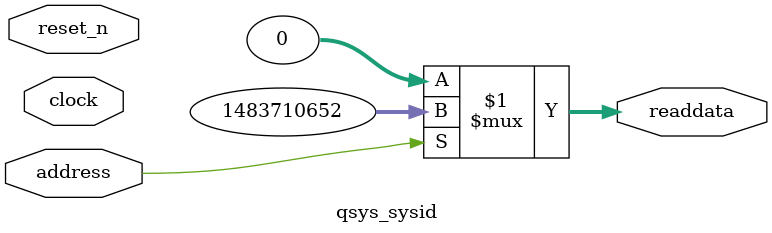
<source format=v>



// synthesis translate_off
`timescale 1ns / 1ps
// synthesis translate_on

// turn off superfluous verilog processor warnings 
// altera message_level Level1 
// altera message_off 10034 10035 10036 10037 10230 10240 10030 

module qsys_sysid (
               // inputs:
                address,
                clock,
                reset_n,

               // outputs:
                readdata
             )
;

  output  [ 31: 0] readdata;
  input            address;
  input            clock;
  input            reset_n;

  wire    [ 31: 0] readdata;
  //control_slave, which is an e_avalon_slave
  assign readdata = address ? 1483710652 : 0;

endmodule



</source>
